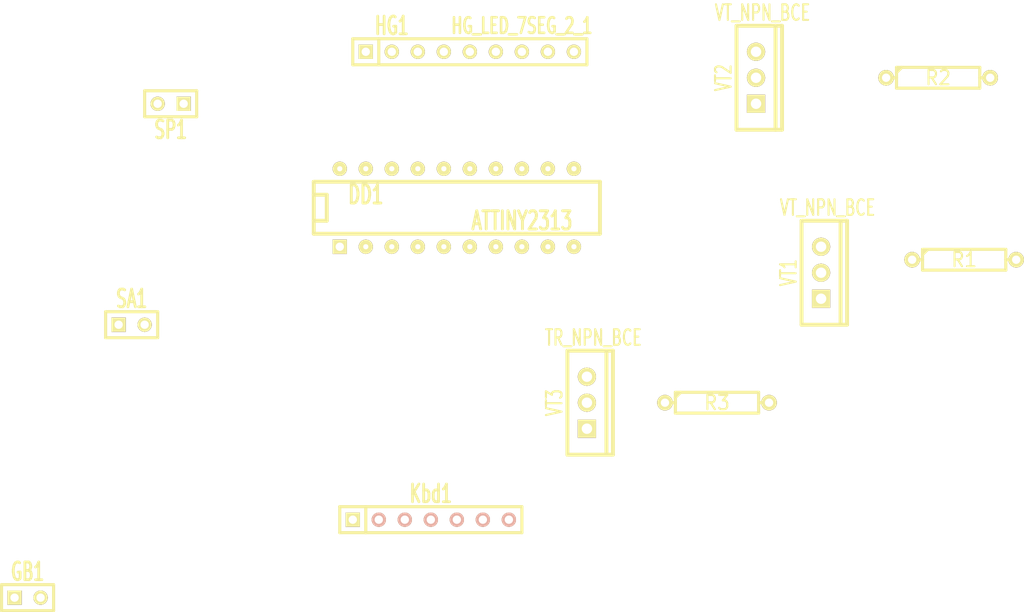
<source format=kicad_pcb>
(kicad_pcb (version 3) (host pcbnew "(2013-07-07 BZR 4022)-stable")

  (general
    (links 23)
    (no_connects 23)
    (area 121.513599 49.6824 221.996 109.626401)
    (thickness 1.6)
    (drawings 0)
    (tracks 0)
    (zones 0)
    (modules 12)
    (nets 27)
  )

  (page A3)
  (layers
    (15 F.Cu mixed)
    (0 B.Cu mixed)
    (21 F.SilkS user)
    (28 Edge.Cuts user)
  )

  (setup
    (last_trace_width 0.254)
    (trace_clearance 0.254)
    (zone_clearance 0.508)
    (zone_45_only no)
    (trace_min 0.254)
    (segment_width 0.2)
    (edge_width 0.15)
    (via_size 0.889)
    (via_drill 0.635)
    (via_min_size 0.889)
    (via_min_drill 0.508)
    (uvia_size 0.508)
    (uvia_drill 0.127)
    (uvias_allowed no)
    (uvia_min_size 0.508)
    (uvia_min_drill 0.127)
    (pcb_text_width 0.3)
    (pcb_text_size 1.5 1.5)
    (mod_edge_width 0.15)
    (mod_text_size 1.5 1.5)
    (mod_text_width 0.15)
    (pad_size 1.397 1.397)
    (pad_drill 0.5)
    (pad_to_mask_clearance 0.2)
    (aux_axis_origin 0 0)
    (visible_elements 7FFFFBFF)
    (pcbplotparams
      (layerselection 3178497)
      (usegerberextensions true)
      (excludeedgelayer true)
      (linewidth 0.150000)
      (plotframeref false)
      (viasonmask false)
      (mode 1)
      (useauxorigin false)
      (hpglpennumber 1)
      (hpglpenspeed 20)
      (hpglpendiameter 15)
      (hpglpenoverlay 2)
      (psnegative false)
      (psa4output false)
      (plotreference true)
      (plotvalue true)
      (plotothertext true)
      (plotinvisibletext false)
      (padsonsilk false)
      (subtractmaskfromsilk false)
      (outputformat 1)
      (mirror false)
      (drillshape 1)
      (scaleselection 1)
      (outputdirectory ""))
  )

  (net 0 "")
  (net 1 GND)
  (net 2 N-000001)
  (net 3 N-0000010)
  (net 4 N-0000011)
  (net 5 N-0000012)
  (net 6 N-0000013)
  (net 7 N-0000014)
  (net 8 N-0000015)
  (net 9 N-0000016)
  (net 10 N-0000017)
  (net 11 N-0000019)
  (net 12 N-000002)
  (net 13 N-0000020)
  (net 14 N-0000021)
  (net 15 N-0000022)
  (net 16 N-0000023)
  (net 17 N-0000024)
  (net 18 N-0000025)
  (net 19 N-0000026)
  (net 20 N-0000027)
  (net 21 N-000004)
  (net 22 N-000005)
  (net 23 N-000006)
  (net 24 N-000007)
  (net 25 N-000008)
  (net 26 VCC)

  (net_class Default "Это класс цепей по умолчанию."
    (clearance 0.254)
    (trace_width 0.254)
    (via_dia 0.889)
    (via_drill 0.635)
    (uvia_dia 0.508)
    (uvia_drill 0.127)
    (add_net "")
    (add_net GND)
    (add_net N-000001)
    (add_net N-0000010)
    (add_net N-0000011)
    (add_net N-0000012)
    (add_net N-0000013)
    (add_net N-0000014)
    (add_net N-0000015)
    (add_net N-0000016)
    (add_net N-0000017)
    (add_net N-0000019)
    (add_net N-000002)
    (add_net N-0000020)
    (add_net N-0000021)
    (add_net N-0000022)
    (add_net N-0000023)
    (add_net N-0000024)
    (add_net N-0000025)
    (add_net N-0000026)
    (add_net N-0000027)
    (add_net N-000004)
    (add_net N-000005)
    (add_net N-000006)
    (add_net N-000007)
    (add_net N-000008)
    (add_net VCC)
  )

  (module TO220_VERT (layer F.Cu) (tedit 43A66C96) (tstamp 52F4D94C)
    (at 201.93 76.2)
    (descr "Regulateur TO220 serie LM78xx")
    (tags "TR TO220")
    (path /52F13E6A)
    (fp_text reference VT1 (at -3.175 0 90) (layer F.SilkS)
      (effects (font (size 1.524 1.016) (thickness 0.2032)))
    )
    (fp_text value VT_NPN_BCE (at 0.635 -6.35) (layer F.SilkS)
      (effects (font (size 1.524 1.016) (thickness 0.2032)))
    )
    (fp_line (start 1.905 -5.08) (end 2.54 -5.08) (layer F.SilkS) (width 0.381))
    (fp_line (start 2.54 -5.08) (end 2.54 5.08) (layer F.SilkS) (width 0.381))
    (fp_line (start 2.54 5.08) (end 1.905 5.08) (layer F.SilkS) (width 0.381))
    (fp_line (start -1.905 -5.08) (end 1.905 -5.08) (layer F.SilkS) (width 0.381))
    (fp_line (start 1.905 -5.08) (end 1.905 5.08) (layer F.SilkS) (width 0.381))
    (fp_line (start 1.905 5.08) (end -1.905 5.08) (layer F.SilkS) (width 0.381))
    (fp_line (start -1.905 5.08) (end -1.905 -5.08) (layer F.SilkS) (width 0.381))
    (pad 2 thru_hole circle (at 0 -2.54) (size 1.778 1.778) (drill 1.016)
      (layers *.Cu *.Mask F.SilkS)
      (net 26 VCC)
    )
    (pad 3 thru_hole circle (at 0 0) (size 1.778 1.778) (drill 1.016)
      (layers *.Cu *.Mask F.SilkS)
      (net 24 N-000007)
    )
    (pad 1 thru_hole rect (at 0 2.54) (size 1.778 1.778) (drill 1.016)
      (layers *.Cu *.Mask F.SilkS)
      (net 12 N-000002)
    )
  )

  (module TO220_VERT (layer F.Cu) (tedit 43A66C96) (tstamp 52F4D95A)
    (at 179.07 88.9)
    (descr "Regulateur TO220 serie LM78xx")
    (tags "TR TO220")
    (path /52F4AC00)
    (fp_text reference VT3 (at -3.175 0 90) (layer F.SilkS)
      (effects (font (size 1.524 1.016) (thickness 0.2032)))
    )
    (fp_text value TR_NPN_BCE (at 0.635 -6.35) (layer F.SilkS)
      (effects (font (size 1.524 1.016) (thickness 0.2032)))
    )
    (fp_line (start 1.905 -5.08) (end 2.54 -5.08) (layer F.SilkS) (width 0.381))
    (fp_line (start 2.54 -5.08) (end 2.54 5.08) (layer F.SilkS) (width 0.381))
    (fp_line (start 2.54 5.08) (end 1.905 5.08) (layer F.SilkS) (width 0.381))
    (fp_line (start -1.905 -5.08) (end 1.905 -5.08) (layer F.SilkS) (width 0.381))
    (fp_line (start 1.905 -5.08) (end 1.905 5.08) (layer F.SilkS) (width 0.381))
    (fp_line (start 1.905 5.08) (end -1.905 5.08) (layer F.SilkS) (width 0.381))
    (fp_line (start -1.905 5.08) (end -1.905 -5.08) (layer F.SilkS) (width 0.381))
    (pad 2 thru_hole circle (at 0 -2.54) (size 1.778 1.778) (drill 1.016)
      (layers *.Cu *.Mask F.SilkS)
      (net 11 N-0000019)
    )
    (pad 3 thru_hole circle (at 0 0) (size 1.778 1.778) (drill 1.016)
      (layers *.Cu *.Mask F.SilkS)
      (net 1 GND)
    )
    (pad 1 thru_hole rect (at 0 2.54) (size 1.778 1.778) (drill 1.016)
      (layers *.Cu *.Mask F.SilkS)
      (net 9 N-0000016)
    )
  )

  (module TO220_VERT (layer F.Cu) (tedit 43A66C96) (tstamp 52F4D968)
    (at 195.58 57.15)
    (descr "Regulateur TO220 serie LM78xx")
    (tags "TR TO220")
    (path /52F4C8E0)
    (fp_text reference VT2 (at -3.175 0 90) (layer F.SilkS)
      (effects (font (size 1.524 1.016) (thickness 0.2032)))
    )
    (fp_text value VT_NPN_BCE (at 0.635 -6.35) (layer F.SilkS)
      (effects (font (size 1.524 1.016) (thickness 0.2032)))
    )
    (fp_line (start 1.905 -5.08) (end 2.54 -5.08) (layer F.SilkS) (width 0.381))
    (fp_line (start 2.54 -5.08) (end 2.54 5.08) (layer F.SilkS) (width 0.381))
    (fp_line (start 2.54 5.08) (end 1.905 5.08) (layer F.SilkS) (width 0.381))
    (fp_line (start -1.905 -5.08) (end 1.905 -5.08) (layer F.SilkS) (width 0.381))
    (fp_line (start 1.905 -5.08) (end 1.905 5.08) (layer F.SilkS) (width 0.381))
    (fp_line (start 1.905 5.08) (end -1.905 5.08) (layer F.SilkS) (width 0.381))
    (fp_line (start -1.905 5.08) (end -1.905 -5.08) (layer F.SilkS) (width 0.381))
    (pad 2 thru_hole circle (at 0 -2.54) (size 1.778 1.778) (drill 1.016)
      (layers *.Cu *.Mask F.SilkS)
      (net 26 VCC)
    )
    (pad 3 thru_hole circle (at 0 0) (size 1.778 1.778) (drill 1.016)
      (layers *.Cu *.Mask F.SilkS)
      (net 2 N-000001)
    )
    (pad 1 thru_hole rect (at 0 2.54) (size 1.778 1.778) (drill 1.016)
      (layers *.Cu *.Mask F.SilkS)
      (net 23 N-000006)
    )
  )

  (module SIL-9 (layer F.Cu) (tedit 200000) (tstamp 52F4D97A)
    (at 167.64 54.61)
    (descr "Connecteur 9 pins")
    (tags "CONN DEV")
    (path /52F1391F)
    (fp_text reference HG1 (at -7.62 -2.54) (layer F.SilkS)
      (effects (font (size 1.72974 1.08712) (thickness 0.3048)))
    )
    (fp_text value HG_LED_7SEG_2_1 (at 5.08 -2.54) (layer F.SilkS)
      (effects (font (size 1.524 1.016) (thickness 0.3048)))
    )
    (fp_line (start 11.43 -1.27) (end 11.43 1.27) (layer F.SilkS) (width 0.3048))
    (fp_line (start 11.43 1.27) (end -11.43 1.27) (layer F.SilkS) (width 0.3048))
    (fp_line (start -11.43 1.27) (end -11.43 -1.27) (layer F.SilkS) (width 0.3048))
    (fp_line (start 11.43 -1.27) (end -11.43 -1.27) (layer F.SilkS) (width 0.3048))
    (fp_line (start -8.89 -1.27) (end -8.89 1.27) (layer F.SilkS) (width 0.3048))
    (pad 1 thru_hole rect (at -10.16 0) (size 1.397 1.397) (drill 0.8128)
      (layers *.Cu *.Mask F.SilkS)
      (net 21 N-000004)
    )
    (pad 2 thru_hole circle (at -7.62 0) (size 1.397 1.397) (drill 0.8128)
      (layers *.Cu *.Mask F.SilkS)
      (net 1 GND)
    )
    (pad 3 thru_hole circle (at -5.08 0) (size 1.397 1.397) (drill 0.8128)
      (layers *.Cu *.Mask F.SilkS)
      (net 3 N-0000010)
    )
    (pad 4 thru_hole circle (at -2.54 0) (size 1.397 1.397) (drill 0.8128)
      (layers *.Cu *.Mask F.SilkS)
      (net 8 N-0000015)
    )
    (pad 5 thru_hole circle (at 0 0) (size 1.397 1.397) (drill 0.8128)
      (layers *.Cu *.Mask F.SilkS)
      (net 2 N-000001)
    )
    (pad 6 thru_hole circle (at 2.54 0) (size 1.397 1.397) (drill 0.8128)
      (layers *.Cu *.Mask F.SilkS)
      (net 6 N-0000013)
    )
    (pad 7 thru_hole circle (at 5.08 0) (size 1.397 1.397) (drill 0.8128)
      (layers *.Cu *.Mask F.SilkS)
      (net 7 N-0000014)
    )
    (pad 8 thru_hole circle (at 7.62 0) (size 1.397 1.397) (drill 0.8128)
      (layers *.Cu *.Mask F.SilkS)
      (net 5 N-0000012)
    )
    (pad 9 thru_hole circle (at 10.16 0) (size 1.397 1.397) (drill 0.8128)
      (layers *.Cu *.Mask F.SilkS)
      (net 4 N-0000011)
    )
  )

  (module SIL-7 (layer F.Cu) (tedit 200000) (tstamp 52F4D98C)
    (at 163.83 100.33)
    (descr "Connecteur 7 pins")
    (tags "CONN DEV")
    (path /52F4CEF6)
    (fp_text reference Kbd1 (at 0 -2.54) (layer F.SilkS)
      (effects (font (size 1.72974 1.08712) (thickness 0.3048)))
    )
    (fp_text value KEYBOARD (at 0 -2.54) (layer F.SilkS) hide
      (effects (font (size 1.524 1.016) (thickness 0.3048)))
    )
    (fp_line (start -8.89 -1.27) (end -8.89 -1.27) (layer F.SilkS) (width 0.3048))
    (fp_line (start -8.89 -1.27) (end 8.89 -1.27) (layer F.SilkS) (width 0.3048))
    (fp_line (start 8.89 -1.27) (end 8.89 1.27) (layer F.SilkS) (width 0.3048))
    (fp_line (start 8.89 1.27) (end -8.89 1.27) (layer F.SilkS) (width 0.3048))
    (fp_line (start -8.89 1.27) (end -8.89 -1.27) (layer F.SilkS) (width 0.3048))
    (fp_line (start -6.35 1.27) (end -6.35 1.27) (layer F.SilkS) (width 0.3048))
    (fp_line (start -6.35 1.27) (end -6.35 -1.27) (layer F.SilkS) (width 0.3048))
    (pad 1 thru_hole rect (at -7.62 0) (size 1.397 1.397) (drill 0.8128)
      (layers *.Cu *.Mask F.SilkS)
    )
    (pad 2 thru_hole circle (at -5.08 0) (size 1.397 1.397) (drill 0.8128)
      (layers *.Cu *.SilkS *.Mask)
    )
    (pad 3 thru_hole circle (at -2.54 0) (size 1.397 1.397) (drill 0.8128)
      (layers *.Cu *.SilkS *.Mask)
    )
    (pad 4 thru_hole circle (at 0 0) (size 1.397 1.397) (drill 0.8128)
      (layers *.Cu *.SilkS *.Mask)
    )
    (pad 5 thru_hole circle (at 2.54 0) (size 1.397 1.397) (drill 0.8128)
      (layers *.Cu *.SilkS *.Mask)
    )
    (pad 6 thru_hole circle (at 5.08 0) (size 1.397 1.397) (drill 0.8128)
      (layers *.Cu *.SilkS *.Mask)
    )
    (pad 7 thru_hole circle (at 7.62 0) (size 1.397 1.397) (drill 0.8128)
      (layers *.Cu *.SilkS *.Mask)
    )
  )

  (module SIL-2 (layer F.Cu) (tedit 200000) (tstamp 52F4D996)
    (at 138.43 59.69 180)
    (descr "Connecteurs 2 pins")
    (tags "CONN DEV")
    (path /52F14041)
    (fp_text reference SP1 (at 0 -2.54 180) (layer F.SilkS)
      (effects (font (size 1.72974 1.08712) (thickness 0.3048)))
    )
    (fp_text value SPEAKER (at 0 -2.54 180) (layer F.SilkS) hide
      (effects (font (size 1.524 1.016) (thickness 0.3048)))
    )
    (fp_line (start -2.54 1.27) (end -2.54 -1.27) (layer F.SilkS) (width 0.3048))
    (fp_line (start -2.54 -1.27) (end 2.54 -1.27) (layer F.SilkS) (width 0.3048))
    (fp_line (start 2.54 -1.27) (end 2.54 1.27) (layer F.SilkS) (width 0.3048))
    (fp_line (start 2.54 1.27) (end -2.54 1.27) (layer F.SilkS) (width 0.3048))
    (pad 1 thru_hole rect (at -1.27 0 180) (size 1.397 1.397) (drill 0.8128)
      (layers *.Cu *.Mask F.SilkS)
      (net 11 N-0000019)
    )
    (pad 2 thru_hole circle (at 1.27 0 180) (size 1.397 1.397) (drill 0.8128)
      (layers *.Cu *.Mask F.SilkS)
      (net 10 N-0000017)
    )
  )

  (module SIL-2 (layer F.Cu) (tedit 200000) (tstamp 52F4D9A0)
    (at 134.62 81.28)
    (descr "Connecteurs 2 pins")
    (tags "CONN DEV")
    (path /52F13A0C)
    (fp_text reference SA1 (at 0 -2.54) (layer F.SilkS)
      (effects (font (size 1.72974 1.08712) (thickness 0.3048)))
    )
    (fp_text value SA_1-2_CL (at 0 -2.54) (layer F.SilkS) hide
      (effects (font (size 1.524 1.016) (thickness 0.3048)))
    )
    (fp_line (start -2.54 1.27) (end -2.54 -1.27) (layer F.SilkS) (width 0.3048))
    (fp_line (start -2.54 -1.27) (end 2.54 -1.27) (layer F.SilkS) (width 0.3048))
    (fp_line (start 2.54 -1.27) (end 2.54 1.27) (layer F.SilkS) (width 0.3048))
    (fp_line (start 2.54 1.27) (end -2.54 1.27) (layer F.SilkS) (width 0.3048))
    (pad 1 thru_hole rect (at -1.27 0) (size 1.397 1.397) (drill 0.8128)
      (layers *.Cu *.Mask F.SilkS)
      (net 10 N-0000017)
    )
    (pad 2 thru_hole circle (at 1.27 0) (size 1.397 1.397) (drill 0.8128)
      (layers *.Cu *.Mask F.SilkS)
      (net 25 N-000008)
    )
  )

  (module R4 (layer F.Cu) (tedit 200000) (tstamp 52F4D9AE)
    (at 215.9 74.93)
    (descr "Resitance 4 pas")
    (tags R)
    (path /52F1EB00)
    (autoplace_cost180 10)
    (fp_text reference R1 (at 0 0) (layer F.SilkS)
      (effects (font (size 1.397 1.27) (thickness 0.2032)))
    )
    (fp_text value R (at 0 0) (layer F.SilkS) hide
      (effects (font (size 1.397 1.27) (thickness 0.2032)))
    )
    (fp_line (start -5.08 0) (end -4.064 0) (layer F.SilkS) (width 0.3048))
    (fp_line (start -4.064 0) (end -4.064 -1.016) (layer F.SilkS) (width 0.3048))
    (fp_line (start -4.064 -1.016) (end 4.064 -1.016) (layer F.SilkS) (width 0.3048))
    (fp_line (start 4.064 -1.016) (end 4.064 1.016) (layer F.SilkS) (width 0.3048))
    (fp_line (start 4.064 1.016) (end -4.064 1.016) (layer F.SilkS) (width 0.3048))
    (fp_line (start -4.064 1.016) (end -4.064 0) (layer F.SilkS) (width 0.3048))
    (fp_line (start -4.064 -0.508) (end -3.556 -1.016) (layer F.SilkS) (width 0.3048))
    (fp_line (start 5.08 0) (end 4.064 0) (layer F.SilkS) (width 0.3048))
    (pad 1 thru_hole circle (at -5.08 0) (size 1.524 1.524) (drill 0.8128)
      (layers *.Cu *.Mask F.SilkS)
      (net 20 N-0000027)
    )
    (pad 2 thru_hole circle (at 5.08 0) (size 1.524 1.524) (drill 0.8128)
      (layers *.Cu *.Mask F.SilkS)
      (net 12 N-000002)
    )
    (model discret/resistor.wrl
      (at (xyz 0 0 0))
      (scale (xyz 0.4 0.4 0.4))
      (rotate (xyz 0 0 0))
    )
  )

  (module R4 (layer F.Cu) (tedit 200000) (tstamp 52F4D9BC)
    (at 191.77 88.9)
    (descr "Resitance 4 pas")
    (tags R)
    (path /52F4AC56)
    (autoplace_cost180 10)
    (fp_text reference R3 (at 0 0) (layer F.SilkS)
      (effects (font (size 1.397 1.27) (thickness 0.2032)))
    )
    (fp_text value R (at 0 0) (layer F.SilkS) hide
      (effects (font (size 1.397 1.27) (thickness 0.2032)))
    )
    (fp_line (start -5.08 0) (end -4.064 0) (layer F.SilkS) (width 0.3048))
    (fp_line (start -4.064 0) (end -4.064 -1.016) (layer F.SilkS) (width 0.3048))
    (fp_line (start -4.064 -1.016) (end 4.064 -1.016) (layer F.SilkS) (width 0.3048))
    (fp_line (start 4.064 -1.016) (end 4.064 1.016) (layer F.SilkS) (width 0.3048))
    (fp_line (start 4.064 1.016) (end -4.064 1.016) (layer F.SilkS) (width 0.3048))
    (fp_line (start -4.064 1.016) (end -4.064 0) (layer F.SilkS) (width 0.3048))
    (fp_line (start -4.064 -0.508) (end -3.556 -1.016) (layer F.SilkS) (width 0.3048))
    (fp_line (start 5.08 0) (end 4.064 0) (layer F.SilkS) (width 0.3048))
    (pad 1 thru_hole circle (at -5.08 0) (size 1.524 1.524) (drill 0.8128)
      (layers *.Cu *.Mask F.SilkS)
      (net 19 N-0000026)
    )
    (pad 2 thru_hole circle (at 5.08 0) (size 1.524 1.524) (drill 0.8128)
      (layers *.Cu *.Mask F.SilkS)
      (net 9 N-0000016)
    )
    (model discret/resistor.wrl
      (at (xyz 0 0 0))
      (scale (xyz 0.4 0.4 0.4))
      (rotate (xyz 0 0 0))
    )
  )

  (module R4 (layer F.Cu) (tedit 200000) (tstamp 52F4D9CA)
    (at 213.36 57.15)
    (descr "Resitance 4 pas")
    (tags R)
    (path /52F4BCDC)
    (autoplace_cost180 10)
    (fp_text reference R2 (at 0 0) (layer F.SilkS)
      (effects (font (size 1.397 1.27) (thickness 0.2032)))
    )
    (fp_text value R (at 0 0) (layer F.SilkS) hide
      (effects (font (size 1.397 1.27) (thickness 0.2032)))
    )
    (fp_line (start -5.08 0) (end -4.064 0) (layer F.SilkS) (width 0.3048))
    (fp_line (start -4.064 0) (end -4.064 -1.016) (layer F.SilkS) (width 0.3048))
    (fp_line (start -4.064 -1.016) (end 4.064 -1.016) (layer F.SilkS) (width 0.3048))
    (fp_line (start 4.064 -1.016) (end 4.064 1.016) (layer F.SilkS) (width 0.3048))
    (fp_line (start 4.064 1.016) (end -4.064 1.016) (layer F.SilkS) (width 0.3048))
    (fp_line (start -4.064 1.016) (end -4.064 0) (layer F.SilkS) (width 0.3048))
    (fp_line (start -4.064 -0.508) (end -3.556 -1.016) (layer F.SilkS) (width 0.3048))
    (fp_line (start 5.08 0) (end 4.064 0) (layer F.SilkS) (width 0.3048))
    (pad 1 thru_hole circle (at -5.08 0) (size 1.524 1.524) (drill 0.8128)
      (layers *.Cu *.Mask F.SilkS)
      (net 22 N-000005)
    )
    (pad 2 thru_hole circle (at 5.08 0) (size 1.524 1.524) (drill 0.8128)
      (layers *.Cu *.Mask F.SilkS)
      (net 23 N-000006)
    )
    (model discret/resistor.wrl
      (at (xyz 0 0 0))
      (scale (xyz 0.4 0.4 0.4))
      (rotate (xyz 0 0 0))
    )
  )

  (module DIP-20__300 (layer F.Cu) (tedit 52F4DC87) (tstamp 52F4D9E9)
    (at 166.37 69.85)
    (descr "20 pins DIL package, round pads")
    (tags DIL)
    (path /52F138FE)
    (fp_text reference DD1 (at -8.89 -1.27) (layer F.SilkS)
      (effects (font (size 1.778 1.143) (thickness 0.3048)))
    )
    (fp_text value ATTINY2313 (at 6.35 1.27) (layer F.SilkS)
      (effects (font (size 1.778 1.143) (thickness 0.3048)))
    )
    (fp_line (start -13.97 -1.27) (end -12.7 -1.27) (layer F.SilkS) (width 0.381))
    (fp_line (start -12.7 -1.27) (end -12.7 1.27) (layer F.SilkS) (width 0.381))
    (fp_line (start -12.7 1.27) (end -13.97 1.27) (layer F.SilkS) (width 0.381))
    (fp_line (start -13.97 -2.54) (end 13.97 -2.54) (layer F.SilkS) (width 0.381))
    (fp_line (start 13.97 -2.54) (end 13.97 2.54) (layer F.SilkS) (width 0.381))
    (fp_line (start 13.97 2.54) (end -13.97 2.54) (layer F.SilkS) (width 0.381))
    (fp_line (start -13.97 2.54) (end -13.97 -2.54) (layer F.SilkS) (width 0.381))
    (pad 1 thru_hole rect (at -11.43 3.81) (size 1.397 1.397) (drill 0.8128)
      (layers *.Cu *.Mask F.SilkS)
      (net 26 VCC)
    )
    (pad 2 thru_hole circle (at -8.89 3.81) (size 1.397 1.397) (drill 0.5)
      (layers *.Cu *.Mask F.SilkS)
      (net 14 N-0000021)
    )
    (pad 3 thru_hole circle (at -6.35 3.81) (size 1.397 1.397) (drill 0.5)
      (layers *.Cu *.Mask F.SilkS)
      (net 15 N-0000022)
    )
    (pad 4 thru_hole circle (at -3.81 3.81) (size 1.397 1.397) (drill 0.5)
      (layers *.Cu *.Mask F.SilkS)
    )
    (pad 5 thru_hole circle (at -1.27 3.81) (size 1.397 1.397) (drill 0.5)
      (layers *.Cu *.Mask F.SilkS)
      (net 13 N-0000020)
    )
    (pad 6 thru_hole circle (at 1.27 3.81) (size 1.397 1.397) (drill 0.5)
      (layers *.Cu *.Mask F.SilkS)
      (net 16 N-0000023)
    )
    (pad 7 thru_hole circle (at 3.81 3.81) (size 1.397 1.397) (drill 0.5)
      (layers *.Cu *.Mask F.SilkS)
      (net 17 N-0000024)
    )
    (pad 8 thru_hole circle (at 6.35 3.81) (size 1.397 1.397) (drill 0.5)
      (layers *.Cu *.Mask F.SilkS)
      (net 18 N-0000025)
    )
    (pad 9 thru_hole circle (at 8.89 3.81) (size 1.397 1.397) (drill 0.5)
      (layers *.Cu *.Mask F.SilkS)
      (net 19 N-0000026)
    )
    (pad 10 thru_hole circle (at 11.43 3.81) (size 1.397 1.397) (drill 0.5)
      (layers *.Cu *.Mask F.SilkS)
      (net 1 GND)
    )
    (pad 11 thru_hole circle (at 11.43 -3.81) (size 1.397 1.397) (drill 0.5)
      (layers *.Cu *.Mask F.SilkS)
      (net 20 N-0000027)
    )
    (pad 12 thru_hole circle (at 8.89 -3.81) (size 1.397 1.397) (drill 0.5)
      (layers *.Cu *.Mask F.SilkS)
      (net 3 N-0000010)
    )
    (pad 13 thru_hole circle (at 6.35 -3.81) (size 1.397 1.397) (drill 0.5)
      (layers *.Cu *.Mask F.SilkS)
      (net 4 N-0000011)
    )
    (pad 14 thru_hole circle (at 3.81 -3.81) (size 1.397 1.397) (drill 0.5)
      (layers *.Cu *.Mask F.SilkS)
      (net 5 N-0000012)
    )
    (pad 15 thru_hole circle (at 1.27 -3.81) (size 1.397 1.397) (drill 0.5)
      (layers *.Cu *.Mask F.SilkS)
      (net 6 N-0000013)
    )
    (pad 16 thru_hole circle (at -1.27 -3.81) (size 1.397 1.397) (drill 0.5)
      (layers *.Cu *.Mask F.SilkS)
      (net 7 N-0000014)
    )
    (pad 17 thru_hole circle (at -3.81 -3.81) (size 1.397 1.397) (drill 0.5)
      (layers *.Cu *.Mask F.SilkS)
      (net 8 N-0000015)
    )
    (pad 18 thru_hole circle (at -6.35 -3.81) (size 1.397 1.397) (drill 0.5)
      (layers *.Cu *.Mask F.SilkS)
      (net 21 N-000004)
    )
    (pad 19 thru_hole circle (at -8.89 -3.81) (size 1.397 1.397) (drill 0.5)
      (layers *.Cu *.Mask F.SilkS)
      (net 22 N-000005)
    )
    (pad 20 thru_hole circle (at -11.43 -3.81) (size 1.397 1.397) (drill 0.5)
      (layers *.Cu *.Mask F.SilkS)
      (net 26 VCC)
    )
    (model dil/dil_20.wrl
      (at (xyz 0 0 0))
      (scale (xyz 1 1 1))
      (rotate (xyz 0 0 0))
    )
  )

  (module SIL-2 (layer F.Cu) (tedit 200000) (tstamp 52F4D9F3)
    (at 124.46 107.95)
    (descr "Connecteurs 2 pins")
    (tags "CONN DEV")
    (path /52F13DFB)
    (fp_text reference GB1 (at 0 -2.54) (layer F.SilkS)
      (effects (font (size 1.72974 1.08712) (thickness 0.3048)))
    )
    (fp_text value BAT (at 0 -2.54) (layer F.SilkS) hide
      (effects (font (size 1.524 1.016) (thickness 0.3048)))
    )
    (fp_line (start -2.54 1.27) (end -2.54 -1.27) (layer F.SilkS) (width 0.3048))
    (fp_line (start -2.54 -1.27) (end 2.54 -1.27) (layer F.SilkS) (width 0.3048))
    (fp_line (start 2.54 -1.27) (end 2.54 1.27) (layer F.SilkS) (width 0.3048))
    (fp_line (start 2.54 1.27) (end -2.54 1.27) (layer F.SilkS) (width 0.3048))
    (pad 1 thru_hole rect (at -1.27 0) (size 1.397 1.397) (drill 0.8128)
      (layers *.Cu *.Mask F.SilkS)
      (net 25 N-000008)
    )
    (pad 2 thru_hole circle (at 1.27 0) (size 1.397 1.397) (drill 0.8128)
      (layers *.Cu *.Mask F.SilkS)
      (net 1 GND)
    )
  )

)

</source>
